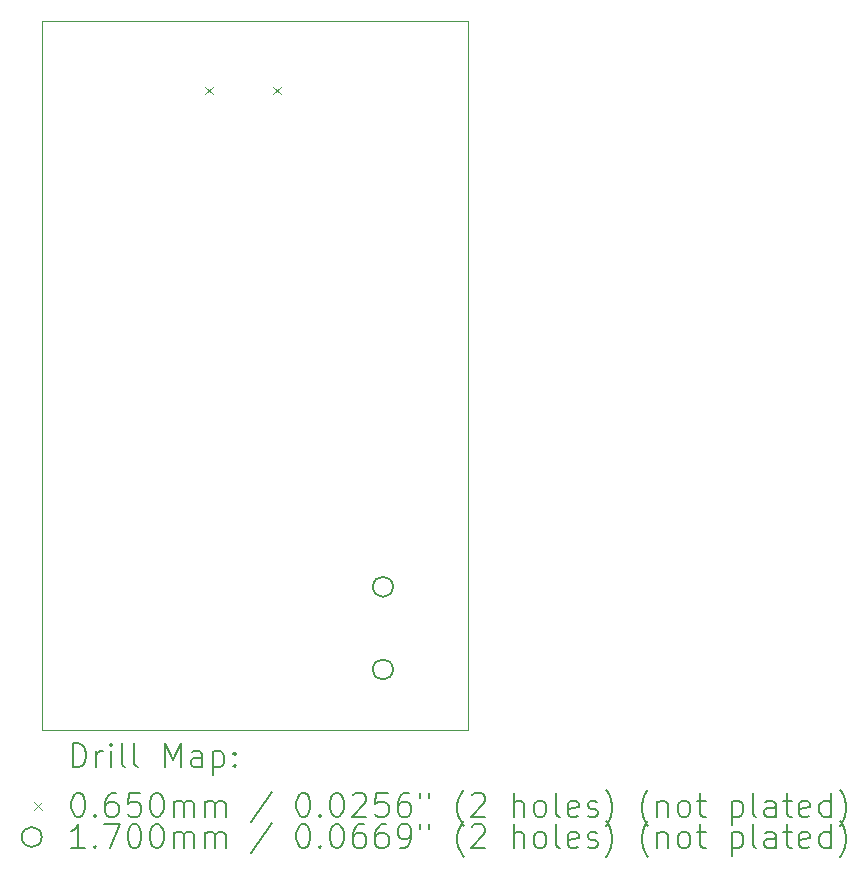
<source format=gbr>
%TF.GenerationSoftware,KiCad,Pcbnew,7.0.5-7.0.5~ubuntu22.04.1*%
%TF.CreationDate,2023-06-24T11:50:11+02:00*%
%TF.ProjectId,Signal Generator,5369676e-616c-4204-9765-6e657261746f,2*%
%TF.SameCoordinates,Original*%
%TF.FileFunction,Drillmap*%
%TF.FilePolarity,Positive*%
%FSLAX45Y45*%
G04 Gerber Fmt 4.5, Leading zero omitted, Abs format (unit mm)*
G04 Created by KiCad (PCBNEW 7.0.5-7.0.5~ubuntu22.04.1) date 2023-06-24 11:50:11*
%MOMM*%
%LPD*%
G01*
G04 APERTURE LIST*
%ADD10C,0.100000*%
%ADD11C,0.200000*%
%ADD12C,0.065000*%
%ADD13C,0.170000*%
G04 APERTURE END LIST*
D10*
X9000000Y-9750000D02*
X12600000Y-9750000D01*
X12600000Y-15750000D01*
X9000000Y-15750000D01*
X9000000Y-9750000D01*
D11*
D12*
X10378500Y-10305500D02*
X10443500Y-10370500D01*
X10443500Y-10305500D02*
X10378500Y-10370500D01*
X10956500Y-10305500D02*
X11021500Y-10370500D01*
X11021500Y-10305500D02*
X10956500Y-10370500D01*
D13*
X11968750Y-14540000D02*
G75*
G03*
X11968750Y-14540000I-85000J0D01*
G01*
X11968750Y-15240000D02*
G75*
G03*
X11968750Y-15240000I-85000J0D01*
G01*
D11*
X9255777Y-16066484D02*
X9255777Y-15866484D01*
X9255777Y-15866484D02*
X9303396Y-15866484D01*
X9303396Y-15866484D02*
X9331967Y-15876008D01*
X9331967Y-15876008D02*
X9351015Y-15895055D01*
X9351015Y-15895055D02*
X9360539Y-15914103D01*
X9360539Y-15914103D02*
X9370063Y-15952198D01*
X9370063Y-15952198D02*
X9370063Y-15980769D01*
X9370063Y-15980769D02*
X9360539Y-16018865D01*
X9360539Y-16018865D02*
X9351015Y-16037912D01*
X9351015Y-16037912D02*
X9331967Y-16056960D01*
X9331967Y-16056960D02*
X9303396Y-16066484D01*
X9303396Y-16066484D02*
X9255777Y-16066484D01*
X9455777Y-16066484D02*
X9455777Y-15933150D01*
X9455777Y-15971246D02*
X9465301Y-15952198D01*
X9465301Y-15952198D02*
X9474824Y-15942674D01*
X9474824Y-15942674D02*
X9493872Y-15933150D01*
X9493872Y-15933150D02*
X9512920Y-15933150D01*
X9579586Y-16066484D02*
X9579586Y-15933150D01*
X9579586Y-15866484D02*
X9570063Y-15876008D01*
X9570063Y-15876008D02*
X9579586Y-15885531D01*
X9579586Y-15885531D02*
X9589110Y-15876008D01*
X9589110Y-15876008D02*
X9579586Y-15866484D01*
X9579586Y-15866484D02*
X9579586Y-15885531D01*
X9703396Y-16066484D02*
X9684348Y-16056960D01*
X9684348Y-16056960D02*
X9674824Y-16037912D01*
X9674824Y-16037912D02*
X9674824Y-15866484D01*
X9808158Y-16066484D02*
X9789110Y-16056960D01*
X9789110Y-16056960D02*
X9779586Y-16037912D01*
X9779586Y-16037912D02*
X9779586Y-15866484D01*
X10036729Y-16066484D02*
X10036729Y-15866484D01*
X10036729Y-15866484D02*
X10103396Y-16009341D01*
X10103396Y-16009341D02*
X10170063Y-15866484D01*
X10170063Y-15866484D02*
X10170063Y-16066484D01*
X10351015Y-16066484D02*
X10351015Y-15961722D01*
X10351015Y-15961722D02*
X10341491Y-15942674D01*
X10341491Y-15942674D02*
X10322444Y-15933150D01*
X10322444Y-15933150D02*
X10284348Y-15933150D01*
X10284348Y-15933150D02*
X10265301Y-15942674D01*
X10351015Y-16056960D02*
X10331967Y-16066484D01*
X10331967Y-16066484D02*
X10284348Y-16066484D01*
X10284348Y-16066484D02*
X10265301Y-16056960D01*
X10265301Y-16056960D02*
X10255777Y-16037912D01*
X10255777Y-16037912D02*
X10255777Y-16018865D01*
X10255777Y-16018865D02*
X10265301Y-15999817D01*
X10265301Y-15999817D02*
X10284348Y-15990293D01*
X10284348Y-15990293D02*
X10331967Y-15990293D01*
X10331967Y-15990293D02*
X10351015Y-15980769D01*
X10446253Y-15933150D02*
X10446253Y-16133150D01*
X10446253Y-15942674D02*
X10465301Y-15933150D01*
X10465301Y-15933150D02*
X10503396Y-15933150D01*
X10503396Y-15933150D02*
X10522444Y-15942674D01*
X10522444Y-15942674D02*
X10531967Y-15952198D01*
X10531967Y-15952198D02*
X10541491Y-15971246D01*
X10541491Y-15971246D02*
X10541491Y-16028388D01*
X10541491Y-16028388D02*
X10531967Y-16047436D01*
X10531967Y-16047436D02*
X10522444Y-16056960D01*
X10522444Y-16056960D02*
X10503396Y-16066484D01*
X10503396Y-16066484D02*
X10465301Y-16066484D01*
X10465301Y-16066484D02*
X10446253Y-16056960D01*
X10627205Y-16047436D02*
X10636729Y-16056960D01*
X10636729Y-16056960D02*
X10627205Y-16066484D01*
X10627205Y-16066484D02*
X10617682Y-16056960D01*
X10617682Y-16056960D02*
X10627205Y-16047436D01*
X10627205Y-16047436D02*
X10627205Y-16066484D01*
X10627205Y-15942674D02*
X10636729Y-15952198D01*
X10636729Y-15952198D02*
X10627205Y-15961722D01*
X10627205Y-15961722D02*
X10617682Y-15952198D01*
X10617682Y-15952198D02*
X10627205Y-15942674D01*
X10627205Y-15942674D02*
X10627205Y-15961722D01*
D12*
X8930000Y-16362500D02*
X8995000Y-16427500D01*
X8995000Y-16362500D02*
X8930000Y-16427500D01*
D11*
X9293872Y-16286484D02*
X9312920Y-16286484D01*
X9312920Y-16286484D02*
X9331967Y-16296008D01*
X9331967Y-16296008D02*
X9341491Y-16305531D01*
X9341491Y-16305531D02*
X9351015Y-16324579D01*
X9351015Y-16324579D02*
X9360539Y-16362674D01*
X9360539Y-16362674D02*
X9360539Y-16410293D01*
X9360539Y-16410293D02*
X9351015Y-16448388D01*
X9351015Y-16448388D02*
X9341491Y-16467436D01*
X9341491Y-16467436D02*
X9331967Y-16476960D01*
X9331967Y-16476960D02*
X9312920Y-16486484D01*
X9312920Y-16486484D02*
X9293872Y-16486484D01*
X9293872Y-16486484D02*
X9274824Y-16476960D01*
X9274824Y-16476960D02*
X9265301Y-16467436D01*
X9265301Y-16467436D02*
X9255777Y-16448388D01*
X9255777Y-16448388D02*
X9246253Y-16410293D01*
X9246253Y-16410293D02*
X9246253Y-16362674D01*
X9246253Y-16362674D02*
X9255777Y-16324579D01*
X9255777Y-16324579D02*
X9265301Y-16305531D01*
X9265301Y-16305531D02*
X9274824Y-16296008D01*
X9274824Y-16296008D02*
X9293872Y-16286484D01*
X9446253Y-16467436D02*
X9455777Y-16476960D01*
X9455777Y-16476960D02*
X9446253Y-16486484D01*
X9446253Y-16486484D02*
X9436729Y-16476960D01*
X9436729Y-16476960D02*
X9446253Y-16467436D01*
X9446253Y-16467436D02*
X9446253Y-16486484D01*
X9627205Y-16286484D02*
X9589110Y-16286484D01*
X9589110Y-16286484D02*
X9570063Y-16296008D01*
X9570063Y-16296008D02*
X9560539Y-16305531D01*
X9560539Y-16305531D02*
X9541491Y-16334103D01*
X9541491Y-16334103D02*
X9531967Y-16372198D01*
X9531967Y-16372198D02*
X9531967Y-16448388D01*
X9531967Y-16448388D02*
X9541491Y-16467436D01*
X9541491Y-16467436D02*
X9551015Y-16476960D01*
X9551015Y-16476960D02*
X9570063Y-16486484D01*
X9570063Y-16486484D02*
X9608158Y-16486484D01*
X9608158Y-16486484D02*
X9627205Y-16476960D01*
X9627205Y-16476960D02*
X9636729Y-16467436D01*
X9636729Y-16467436D02*
X9646253Y-16448388D01*
X9646253Y-16448388D02*
X9646253Y-16400769D01*
X9646253Y-16400769D02*
X9636729Y-16381722D01*
X9636729Y-16381722D02*
X9627205Y-16372198D01*
X9627205Y-16372198D02*
X9608158Y-16362674D01*
X9608158Y-16362674D02*
X9570063Y-16362674D01*
X9570063Y-16362674D02*
X9551015Y-16372198D01*
X9551015Y-16372198D02*
X9541491Y-16381722D01*
X9541491Y-16381722D02*
X9531967Y-16400769D01*
X9827205Y-16286484D02*
X9731967Y-16286484D01*
X9731967Y-16286484D02*
X9722444Y-16381722D01*
X9722444Y-16381722D02*
X9731967Y-16372198D01*
X9731967Y-16372198D02*
X9751015Y-16362674D01*
X9751015Y-16362674D02*
X9798634Y-16362674D01*
X9798634Y-16362674D02*
X9817682Y-16372198D01*
X9817682Y-16372198D02*
X9827205Y-16381722D01*
X9827205Y-16381722D02*
X9836729Y-16400769D01*
X9836729Y-16400769D02*
X9836729Y-16448388D01*
X9836729Y-16448388D02*
X9827205Y-16467436D01*
X9827205Y-16467436D02*
X9817682Y-16476960D01*
X9817682Y-16476960D02*
X9798634Y-16486484D01*
X9798634Y-16486484D02*
X9751015Y-16486484D01*
X9751015Y-16486484D02*
X9731967Y-16476960D01*
X9731967Y-16476960D02*
X9722444Y-16467436D01*
X9960539Y-16286484D02*
X9979586Y-16286484D01*
X9979586Y-16286484D02*
X9998634Y-16296008D01*
X9998634Y-16296008D02*
X10008158Y-16305531D01*
X10008158Y-16305531D02*
X10017682Y-16324579D01*
X10017682Y-16324579D02*
X10027205Y-16362674D01*
X10027205Y-16362674D02*
X10027205Y-16410293D01*
X10027205Y-16410293D02*
X10017682Y-16448388D01*
X10017682Y-16448388D02*
X10008158Y-16467436D01*
X10008158Y-16467436D02*
X9998634Y-16476960D01*
X9998634Y-16476960D02*
X9979586Y-16486484D01*
X9979586Y-16486484D02*
X9960539Y-16486484D01*
X9960539Y-16486484D02*
X9941491Y-16476960D01*
X9941491Y-16476960D02*
X9931967Y-16467436D01*
X9931967Y-16467436D02*
X9922444Y-16448388D01*
X9922444Y-16448388D02*
X9912920Y-16410293D01*
X9912920Y-16410293D02*
X9912920Y-16362674D01*
X9912920Y-16362674D02*
X9922444Y-16324579D01*
X9922444Y-16324579D02*
X9931967Y-16305531D01*
X9931967Y-16305531D02*
X9941491Y-16296008D01*
X9941491Y-16296008D02*
X9960539Y-16286484D01*
X10112920Y-16486484D02*
X10112920Y-16353150D01*
X10112920Y-16372198D02*
X10122444Y-16362674D01*
X10122444Y-16362674D02*
X10141491Y-16353150D01*
X10141491Y-16353150D02*
X10170063Y-16353150D01*
X10170063Y-16353150D02*
X10189110Y-16362674D01*
X10189110Y-16362674D02*
X10198634Y-16381722D01*
X10198634Y-16381722D02*
X10198634Y-16486484D01*
X10198634Y-16381722D02*
X10208158Y-16362674D01*
X10208158Y-16362674D02*
X10227205Y-16353150D01*
X10227205Y-16353150D02*
X10255777Y-16353150D01*
X10255777Y-16353150D02*
X10274825Y-16362674D01*
X10274825Y-16362674D02*
X10284348Y-16381722D01*
X10284348Y-16381722D02*
X10284348Y-16486484D01*
X10379586Y-16486484D02*
X10379586Y-16353150D01*
X10379586Y-16372198D02*
X10389110Y-16362674D01*
X10389110Y-16362674D02*
X10408158Y-16353150D01*
X10408158Y-16353150D02*
X10436729Y-16353150D01*
X10436729Y-16353150D02*
X10455777Y-16362674D01*
X10455777Y-16362674D02*
X10465301Y-16381722D01*
X10465301Y-16381722D02*
X10465301Y-16486484D01*
X10465301Y-16381722D02*
X10474825Y-16362674D01*
X10474825Y-16362674D02*
X10493872Y-16353150D01*
X10493872Y-16353150D02*
X10522444Y-16353150D01*
X10522444Y-16353150D02*
X10541491Y-16362674D01*
X10541491Y-16362674D02*
X10551015Y-16381722D01*
X10551015Y-16381722D02*
X10551015Y-16486484D01*
X10941491Y-16276960D02*
X10770063Y-16534103D01*
X11198634Y-16286484D02*
X11217682Y-16286484D01*
X11217682Y-16286484D02*
X11236729Y-16296008D01*
X11236729Y-16296008D02*
X11246253Y-16305531D01*
X11246253Y-16305531D02*
X11255777Y-16324579D01*
X11255777Y-16324579D02*
X11265301Y-16362674D01*
X11265301Y-16362674D02*
X11265301Y-16410293D01*
X11265301Y-16410293D02*
X11255777Y-16448388D01*
X11255777Y-16448388D02*
X11246253Y-16467436D01*
X11246253Y-16467436D02*
X11236729Y-16476960D01*
X11236729Y-16476960D02*
X11217682Y-16486484D01*
X11217682Y-16486484D02*
X11198634Y-16486484D01*
X11198634Y-16486484D02*
X11179587Y-16476960D01*
X11179587Y-16476960D02*
X11170063Y-16467436D01*
X11170063Y-16467436D02*
X11160539Y-16448388D01*
X11160539Y-16448388D02*
X11151015Y-16410293D01*
X11151015Y-16410293D02*
X11151015Y-16362674D01*
X11151015Y-16362674D02*
X11160539Y-16324579D01*
X11160539Y-16324579D02*
X11170063Y-16305531D01*
X11170063Y-16305531D02*
X11179587Y-16296008D01*
X11179587Y-16296008D02*
X11198634Y-16286484D01*
X11351015Y-16467436D02*
X11360539Y-16476960D01*
X11360539Y-16476960D02*
X11351015Y-16486484D01*
X11351015Y-16486484D02*
X11341491Y-16476960D01*
X11341491Y-16476960D02*
X11351015Y-16467436D01*
X11351015Y-16467436D02*
X11351015Y-16486484D01*
X11484348Y-16286484D02*
X11503396Y-16286484D01*
X11503396Y-16286484D02*
X11522444Y-16296008D01*
X11522444Y-16296008D02*
X11531967Y-16305531D01*
X11531967Y-16305531D02*
X11541491Y-16324579D01*
X11541491Y-16324579D02*
X11551015Y-16362674D01*
X11551015Y-16362674D02*
X11551015Y-16410293D01*
X11551015Y-16410293D02*
X11541491Y-16448388D01*
X11541491Y-16448388D02*
X11531967Y-16467436D01*
X11531967Y-16467436D02*
X11522444Y-16476960D01*
X11522444Y-16476960D02*
X11503396Y-16486484D01*
X11503396Y-16486484D02*
X11484348Y-16486484D01*
X11484348Y-16486484D02*
X11465301Y-16476960D01*
X11465301Y-16476960D02*
X11455777Y-16467436D01*
X11455777Y-16467436D02*
X11446253Y-16448388D01*
X11446253Y-16448388D02*
X11436729Y-16410293D01*
X11436729Y-16410293D02*
X11436729Y-16362674D01*
X11436729Y-16362674D02*
X11446253Y-16324579D01*
X11446253Y-16324579D02*
X11455777Y-16305531D01*
X11455777Y-16305531D02*
X11465301Y-16296008D01*
X11465301Y-16296008D02*
X11484348Y-16286484D01*
X11627206Y-16305531D02*
X11636729Y-16296008D01*
X11636729Y-16296008D02*
X11655777Y-16286484D01*
X11655777Y-16286484D02*
X11703396Y-16286484D01*
X11703396Y-16286484D02*
X11722444Y-16296008D01*
X11722444Y-16296008D02*
X11731967Y-16305531D01*
X11731967Y-16305531D02*
X11741491Y-16324579D01*
X11741491Y-16324579D02*
X11741491Y-16343627D01*
X11741491Y-16343627D02*
X11731967Y-16372198D01*
X11731967Y-16372198D02*
X11617682Y-16486484D01*
X11617682Y-16486484D02*
X11741491Y-16486484D01*
X11922444Y-16286484D02*
X11827206Y-16286484D01*
X11827206Y-16286484D02*
X11817682Y-16381722D01*
X11817682Y-16381722D02*
X11827206Y-16372198D01*
X11827206Y-16372198D02*
X11846253Y-16362674D01*
X11846253Y-16362674D02*
X11893872Y-16362674D01*
X11893872Y-16362674D02*
X11912920Y-16372198D01*
X11912920Y-16372198D02*
X11922444Y-16381722D01*
X11922444Y-16381722D02*
X11931967Y-16400769D01*
X11931967Y-16400769D02*
X11931967Y-16448388D01*
X11931967Y-16448388D02*
X11922444Y-16467436D01*
X11922444Y-16467436D02*
X11912920Y-16476960D01*
X11912920Y-16476960D02*
X11893872Y-16486484D01*
X11893872Y-16486484D02*
X11846253Y-16486484D01*
X11846253Y-16486484D02*
X11827206Y-16476960D01*
X11827206Y-16476960D02*
X11817682Y-16467436D01*
X12103396Y-16286484D02*
X12065301Y-16286484D01*
X12065301Y-16286484D02*
X12046253Y-16296008D01*
X12046253Y-16296008D02*
X12036729Y-16305531D01*
X12036729Y-16305531D02*
X12017682Y-16334103D01*
X12017682Y-16334103D02*
X12008158Y-16372198D01*
X12008158Y-16372198D02*
X12008158Y-16448388D01*
X12008158Y-16448388D02*
X12017682Y-16467436D01*
X12017682Y-16467436D02*
X12027206Y-16476960D01*
X12027206Y-16476960D02*
X12046253Y-16486484D01*
X12046253Y-16486484D02*
X12084348Y-16486484D01*
X12084348Y-16486484D02*
X12103396Y-16476960D01*
X12103396Y-16476960D02*
X12112920Y-16467436D01*
X12112920Y-16467436D02*
X12122444Y-16448388D01*
X12122444Y-16448388D02*
X12122444Y-16400769D01*
X12122444Y-16400769D02*
X12112920Y-16381722D01*
X12112920Y-16381722D02*
X12103396Y-16372198D01*
X12103396Y-16372198D02*
X12084348Y-16362674D01*
X12084348Y-16362674D02*
X12046253Y-16362674D01*
X12046253Y-16362674D02*
X12027206Y-16372198D01*
X12027206Y-16372198D02*
X12017682Y-16381722D01*
X12017682Y-16381722D02*
X12008158Y-16400769D01*
X12198634Y-16286484D02*
X12198634Y-16324579D01*
X12274825Y-16286484D02*
X12274825Y-16324579D01*
X12570063Y-16562674D02*
X12560539Y-16553150D01*
X12560539Y-16553150D02*
X12541491Y-16524579D01*
X12541491Y-16524579D02*
X12531968Y-16505531D01*
X12531968Y-16505531D02*
X12522444Y-16476960D01*
X12522444Y-16476960D02*
X12512920Y-16429341D01*
X12512920Y-16429341D02*
X12512920Y-16391246D01*
X12512920Y-16391246D02*
X12522444Y-16343627D01*
X12522444Y-16343627D02*
X12531968Y-16315055D01*
X12531968Y-16315055D02*
X12541491Y-16296008D01*
X12541491Y-16296008D02*
X12560539Y-16267436D01*
X12560539Y-16267436D02*
X12570063Y-16257912D01*
X12636729Y-16305531D02*
X12646253Y-16296008D01*
X12646253Y-16296008D02*
X12665301Y-16286484D01*
X12665301Y-16286484D02*
X12712920Y-16286484D01*
X12712920Y-16286484D02*
X12731968Y-16296008D01*
X12731968Y-16296008D02*
X12741491Y-16305531D01*
X12741491Y-16305531D02*
X12751015Y-16324579D01*
X12751015Y-16324579D02*
X12751015Y-16343627D01*
X12751015Y-16343627D02*
X12741491Y-16372198D01*
X12741491Y-16372198D02*
X12627206Y-16486484D01*
X12627206Y-16486484D02*
X12751015Y-16486484D01*
X12989110Y-16486484D02*
X12989110Y-16286484D01*
X13074825Y-16486484D02*
X13074825Y-16381722D01*
X13074825Y-16381722D02*
X13065301Y-16362674D01*
X13065301Y-16362674D02*
X13046253Y-16353150D01*
X13046253Y-16353150D02*
X13017682Y-16353150D01*
X13017682Y-16353150D02*
X12998634Y-16362674D01*
X12998634Y-16362674D02*
X12989110Y-16372198D01*
X13198634Y-16486484D02*
X13179587Y-16476960D01*
X13179587Y-16476960D02*
X13170063Y-16467436D01*
X13170063Y-16467436D02*
X13160539Y-16448388D01*
X13160539Y-16448388D02*
X13160539Y-16391246D01*
X13160539Y-16391246D02*
X13170063Y-16372198D01*
X13170063Y-16372198D02*
X13179587Y-16362674D01*
X13179587Y-16362674D02*
X13198634Y-16353150D01*
X13198634Y-16353150D02*
X13227206Y-16353150D01*
X13227206Y-16353150D02*
X13246253Y-16362674D01*
X13246253Y-16362674D02*
X13255777Y-16372198D01*
X13255777Y-16372198D02*
X13265301Y-16391246D01*
X13265301Y-16391246D02*
X13265301Y-16448388D01*
X13265301Y-16448388D02*
X13255777Y-16467436D01*
X13255777Y-16467436D02*
X13246253Y-16476960D01*
X13246253Y-16476960D02*
X13227206Y-16486484D01*
X13227206Y-16486484D02*
X13198634Y-16486484D01*
X13379587Y-16486484D02*
X13360539Y-16476960D01*
X13360539Y-16476960D02*
X13351015Y-16457912D01*
X13351015Y-16457912D02*
X13351015Y-16286484D01*
X13531968Y-16476960D02*
X13512920Y-16486484D01*
X13512920Y-16486484D02*
X13474825Y-16486484D01*
X13474825Y-16486484D02*
X13455777Y-16476960D01*
X13455777Y-16476960D02*
X13446253Y-16457912D01*
X13446253Y-16457912D02*
X13446253Y-16381722D01*
X13446253Y-16381722D02*
X13455777Y-16362674D01*
X13455777Y-16362674D02*
X13474825Y-16353150D01*
X13474825Y-16353150D02*
X13512920Y-16353150D01*
X13512920Y-16353150D02*
X13531968Y-16362674D01*
X13531968Y-16362674D02*
X13541491Y-16381722D01*
X13541491Y-16381722D02*
X13541491Y-16400769D01*
X13541491Y-16400769D02*
X13446253Y-16419817D01*
X13617682Y-16476960D02*
X13636730Y-16486484D01*
X13636730Y-16486484D02*
X13674825Y-16486484D01*
X13674825Y-16486484D02*
X13693872Y-16476960D01*
X13693872Y-16476960D02*
X13703396Y-16457912D01*
X13703396Y-16457912D02*
X13703396Y-16448388D01*
X13703396Y-16448388D02*
X13693872Y-16429341D01*
X13693872Y-16429341D02*
X13674825Y-16419817D01*
X13674825Y-16419817D02*
X13646253Y-16419817D01*
X13646253Y-16419817D02*
X13627206Y-16410293D01*
X13627206Y-16410293D02*
X13617682Y-16391246D01*
X13617682Y-16391246D02*
X13617682Y-16381722D01*
X13617682Y-16381722D02*
X13627206Y-16362674D01*
X13627206Y-16362674D02*
X13646253Y-16353150D01*
X13646253Y-16353150D02*
X13674825Y-16353150D01*
X13674825Y-16353150D02*
X13693872Y-16362674D01*
X13770063Y-16562674D02*
X13779587Y-16553150D01*
X13779587Y-16553150D02*
X13798634Y-16524579D01*
X13798634Y-16524579D02*
X13808158Y-16505531D01*
X13808158Y-16505531D02*
X13817682Y-16476960D01*
X13817682Y-16476960D02*
X13827206Y-16429341D01*
X13827206Y-16429341D02*
X13827206Y-16391246D01*
X13827206Y-16391246D02*
X13817682Y-16343627D01*
X13817682Y-16343627D02*
X13808158Y-16315055D01*
X13808158Y-16315055D02*
X13798634Y-16296008D01*
X13798634Y-16296008D02*
X13779587Y-16267436D01*
X13779587Y-16267436D02*
X13770063Y-16257912D01*
X14131968Y-16562674D02*
X14122444Y-16553150D01*
X14122444Y-16553150D02*
X14103396Y-16524579D01*
X14103396Y-16524579D02*
X14093872Y-16505531D01*
X14093872Y-16505531D02*
X14084349Y-16476960D01*
X14084349Y-16476960D02*
X14074825Y-16429341D01*
X14074825Y-16429341D02*
X14074825Y-16391246D01*
X14074825Y-16391246D02*
X14084349Y-16343627D01*
X14084349Y-16343627D02*
X14093872Y-16315055D01*
X14093872Y-16315055D02*
X14103396Y-16296008D01*
X14103396Y-16296008D02*
X14122444Y-16267436D01*
X14122444Y-16267436D02*
X14131968Y-16257912D01*
X14208158Y-16353150D02*
X14208158Y-16486484D01*
X14208158Y-16372198D02*
X14217682Y-16362674D01*
X14217682Y-16362674D02*
X14236730Y-16353150D01*
X14236730Y-16353150D02*
X14265301Y-16353150D01*
X14265301Y-16353150D02*
X14284349Y-16362674D01*
X14284349Y-16362674D02*
X14293872Y-16381722D01*
X14293872Y-16381722D02*
X14293872Y-16486484D01*
X14417682Y-16486484D02*
X14398634Y-16476960D01*
X14398634Y-16476960D02*
X14389111Y-16467436D01*
X14389111Y-16467436D02*
X14379587Y-16448388D01*
X14379587Y-16448388D02*
X14379587Y-16391246D01*
X14379587Y-16391246D02*
X14389111Y-16372198D01*
X14389111Y-16372198D02*
X14398634Y-16362674D01*
X14398634Y-16362674D02*
X14417682Y-16353150D01*
X14417682Y-16353150D02*
X14446253Y-16353150D01*
X14446253Y-16353150D02*
X14465301Y-16362674D01*
X14465301Y-16362674D02*
X14474825Y-16372198D01*
X14474825Y-16372198D02*
X14484349Y-16391246D01*
X14484349Y-16391246D02*
X14484349Y-16448388D01*
X14484349Y-16448388D02*
X14474825Y-16467436D01*
X14474825Y-16467436D02*
X14465301Y-16476960D01*
X14465301Y-16476960D02*
X14446253Y-16486484D01*
X14446253Y-16486484D02*
X14417682Y-16486484D01*
X14541492Y-16353150D02*
X14617682Y-16353150D01*
X14570063Y-16286484D02*
X14570063Y-16457912D01*
X14570063Y-16457912D02*
X14579587Y-16476960D01*
X14579587Y-16476960D02*
X14598634Y-16486484D01*
X14598634Y-16486484D02*
X14617682Y-16486484D01*
X14836730Y-16353150D02*
X14836730Y-16553150D01*
X14836730Y-16362674D02*
X14855777Y-16353150D01*
X14855777Y-16353150D02*
X14893873Y-16353150D01*
X14893873Y-16353150D02*
X14912920Y-16362674D01*
X14912920Y-16362674D02*
X14922444Y-16372198D01*
X14922444Y-16372198D02*
X14931968Y-16391246D01*
X14931968Y-16391246D02*
X14931968Y-16448388D01*
X14931968Y-16448388D02*
X14922444Y-16467436D01*
X14922444Y-16467436D02*
X14912920Y-16476960D01*
X14912920Y-16476960D02*
X14893873Y-16486484D01*
X14893873Y-16486484D02*
X14855777Y-16486484D01*
X14855777Y-16486484D02*
X14836730Y-16476960D01*
X15046253Y-16486484D02*
X15027206Y-16476960D01*
X15027206Y-16476960D02*
X15017682Y-16457912D01*
X15017682Y-16457912D02*
X15017682Y-16286484D01*
X15208158Y-16486484D02*
X15208158Y-16381722D01*
X15208158Y-16381722D02*
X15198634Y-16362674D01*
X15198634Y-16362674D02*
X15179587Y-16353150D01*
X15179587Y-16353150D02*
X15141492Y-16353150D01*
X15141492Y-16353150D02*
X15122444Y-16362674D01*
X15208158Y-16476960D02*
X15189111Y-16486484D01*
X15189111Y-16486484D02*
X15141492Y-16486484D01*
X15141492Y-16486484D02*
X15122444Y-16476960D01*
X15122444Y-16476960D02*
X15112920Y-16457912D01*
X15112920Y-16457912D02*
X15112920Y-16438865D01*
X15112920Y-16438865D02*
X15122444Y-16419817D01*
X15122444Y-16419817D02*
X15141492Y-16410293D01*
X15141492Y-16410293D02*
X15189111Y-16410293D01*
X15189111Y-16410293D02*
X15208158Y-16400769D01*
X15274825Y-16353150D02*
X15351015Y-16353150D01*
X15303396Y-16286484D02*
X15303396Y-16457912D01*
X15303396Y-16457912D02*
X15312920Y-16476960D01*
X15312920Y-16476960D02*
X15331968Y-16486484D01*
X15331968Y-16486484D02*
X15351015Y-16486484D01*
X15493873Y-16476960D02*
X15474825Y-16486484D01*
X15474825Y-16486484D02*
X15436730Y-16486484D01*
X15436730Y-16486484D02*
X15417682Y-16476960D01*
X15417682Y-16476960D02*
X15408158Y-16457912D01*
X15408158Y-16457912D02*
X15408158Y-16381722D01*
X15408158Y-16381722D02*
X15417682Y-16362674D01*
X15417682Y-16362674D02*
X15436730Y-16353150D01*
X15436730Y-16353150D02*
X15474825Y-16353150D01*
X15474825Y-16353150D02*
X15493873Y-16362674D01*
X15493873Y-16362674D02*
X15503396Y-16381722D01*
X15503396Y-16381722D02*
X15503396Y-16400769D01*
X15503396Y-16400769D02*
X15408158Y-16419817D01*
X15674825Y-16486484D02*
X15674825Y-16286484D01*
X15674825Y-16476960D02*
X15655777Y-16486484D01*
X15655777Y-16486484D02*
X15617682Y-16486484D01*
X15617682Y-16486484D02*
X15598634Y-16476960D01*
X15598634Y-16476960D02*
X15589111Y-16467436D01*
X15589111Y-16467436D02*
X15579587Y-16448388D01*
X15579587Y-16448388D02*
X15579587Y-16391246D01*
X15579587Y-16391246D02*
X15589111Y-16372198D01*
X15589111Y-16372198D02*
X15598634Y-16362674D01*
X15598634Y-16362674D02*
X15617682Y-16353150D01*
X15617682Y-16353150D02*
X15655777Y-16353150D01*
X15655777Y-16353150D02*
X15674825Y-16362674D01*
X15751015Y-16562674D02*
X15760539Y-16553150D01*
X15760539Y-16553150D02*
X15779587Y-16524579D01*
X15779587Y-16524579D02*
X15789111Y-16505531D01*
X15789111Y-16505531D02*
X15798634Y-16476960D01*
X15798634Y-16476960D02*
X15808158Y-16429341D01*
X15808158Y-16429341D02*
X15808158Y-16391246D01*
X15808158Y-16391246D02*
X15798634Y-16343627D01*
X15798634Y-16343627D02*
X15789111Y-16315055D01*
X15789111Y-16315055D02*
X15779587Y-16296008D01*
X15779587Y-16296008D02*
X15760539Y-16267436D01*
X15760539Y-16267436D02*
X15751015Y-16257912D01*
D13*
X8995000Y-16659000D02*
G75*
G03*
X8995000Y-16659000I-85000J0D01*
G01*
D11*
X9360539Y-16750484D02*
X9246253Y-16750484D01*
X9303396Y-16750484D02*
X9303396Y-16550484D01*
X9303396Y-16550484D02*
X9284348Y-16579055D01*
X9284348Y-16579055D02*
X9265301Y-16598103D01*
X9265301Y-16598103D02*
X9246253Y-16607627D01*
X9446253Y-16731436D02*
X9455777Y-16740960D01*
X9455777Y-16740960D02*
X9446253Y-16750484D01*
X9446253Y-16750484D02*
X9436729Y-16740960D01*
X9436729Y-16740960D02*
X9446253Y-16731436D01*
X9446253Y-16731436D02*
X9446253Y-16750484D01*
X9522444Y-16550484D02*
X9655777Y-16550484D01*
X9655777Y-16550484D02*
X9570063Y-16750484D01*
X9770063Y-16550484D02*
X9789110Y-16550484D01*
X9789110Y-16550484D02*
X9808158Y-16560008D01*
X9808158Y-16560008D02*
X9817682Y-16569531D01*
X9817682Y-16569531D02*
X9827205Y-16588579D01*
X9827205Y-16588579D02*
X9836729Y-16626674D01*
X9836729Y-16626674D02*
X9836729Y-16674293D01*
X9836729Y-16674293D02*
X9827205Y-16712388D01*
X9827205Y-16712388D02*
X9817682Y-16731436D01*
X9817682Y-16731436D02*
X9808158Y-16740960D01*
X9808158Y-16740960D02*
X9789110Y-16750484D01*
X9789110Y-16750484D02*
X9770063Y-16750484D01*
X9770063Y-16750484D02*
X9751015Y-16740960D01*
X9751015Y-16740960D02*
X9741491Y-16731436D01*
X9741491Y-16731436D02*
X9731967Y-16712388D01*
X9731967Y-16712388D02*
X9722444Y-16674293D01*
X9722444Y-16674293D02*
X9722444Y-16626674D01*
X9722444Y-16626674D02*
X9731967Y-16588579D01*
X9731967Y-16588579D02*
X9741491Y-16569531D01*
X9741491Y-16569531D02*
X9751015Y-16560008D01*
X9751015Y-16560008D02*
X9770063Y-16550484D01*
X9960539Y-16550484D02*
X9979586Y-16550484D01*
X9979586Y-16550484D02*
X9998634Y-16560008D01*
X9998634Y-16560008D02*
X10008158Y-16569531D01*
X10008158Y-16569531D02*
X10017682Y-16588579D01*
X10017682Y-16588579D02*
X10027205Y-16626674D01*
X10027205Y-16626674D02*
X10027205Y-16674293D01*
X10027205Y-16674293D02*
X10017682Y-16712388D01*
X10017682Y-16712388D02*
X10008158Y-16731436D01*
X10008158Y-16731436D02*
X9998634Y-16740960D01*
X9998634Y-16740960D02*
X9979586Y-16750484D01*
X9979586Y-16750484D02*
X9960539Y-16750484D01*
X9960539Y-16750484D02*
X9941491Y-16740960D01*
X9941491Y-16740960D02*
X9931967Y-16731436D01*
X9931967Y-16731436D02*
X9922444Y-16712388D01*
X9922444Y-16712388D02*
X9912920Y-16674293D01*
X9912920Y-16674293D02*
X9912920Y-16626674D01*
X9912920Y-16626674D02*
X9922444Y-16588579D01*
X9922444Y-16588579D02*
X9931967Y-16569531D01*
X9931967Y-16569531D02*
X9941491Y-16560008D01*
X9941491Y-16560008D02*
X9960539Y-16550484D01*
X10112920Y-16750484D02*
X10112920Y-16617150D01*
X10112920Y-16636198D02*
X10122444Y-16626674D01*
X10122444Y-16626674D02*
X10141491Y-16617150D01*
X10141491Y-16617150D02*
X10170063Y-16617150D01*
X10170063Y-16617150D02*
X10189110Y-16626674D01*
X10189110Y-16626674D02*
X10198634Y-16645722D01*
X10198634Y-16645722D02*
X10198634Y-16750484D01*
X10198634Y-16645722D02*
X10208158Y-16626674D01*
X10208158Y-16626674D02*
X10227205Y-16617150D01*
X10227205Y-16617150D02*
X10255777Y-16617150D01*
X10255777Y-16617150D02*
X10274825Y-16626674D01*
X10274825Y-16626674D02*
X10284348Y-16645722D01*
X10284348Y-16645722D02*
X10284348Y-16750484D01*
X10379586Y-16750484D02*
X10379586Y-16617150D01*
X10379586Y-16636198D02*
X10389110Y-16626674D01*
X10389110Y-16626674D02*
X10408158Y-16617150D01*
X10408158Y-16617150D02*
X10436729Y-16617150D01*
X10436729Y-16617150D02*
X10455777Y-16626674D01*
X10455777Y-16626674D02*
X10465301Y-16645722D01*
X10465301Y-16645722D02*
X10465301Y-16750484D01*
X10465301Y-16645722D02*
X10474825Y-16626674D01*
X10474825Y-16626674D02*
X10493872Y-16617150D01*
X10493872Y-16617150D02*
X10522444Y-16617150D01*
X10522444Y-16617150D02*
X10541491Y-16626674D01*
X10541491Y-16626674D02*
X10551015Y-16645722D01*
X10551015Y-16645722D02*
X10551015Y-16750484D01*
X10941491Y-16540960D02*
X10770063Y-16798103D01*
X11198634Y-16550484D02*
X11217682Y-16550484D01*
X11217682Y-16550484D02*
X11236729Y-16560008D01*
X11236729Y-16560008D02*
X11246253Y-16569531D01*
X11246253Y-16569531D02*
X11255777Y-16588579D01*
X11255777Y-16588579D02*
X11265301Y-16626674D01*
X11265301Y-16626674D02*
X11265301Y-16674293D01*
X11265301Y-16674293D02*
X11255777Y-16712388D01*
X11255777Y-16712388D02*
X11246253Y-16731436D01*
X11246253Y-16731436D02*
X11236729Y-16740960D01*
X11236729Y-16740960D02*
X11217682Y-16750484D01*
X11217682Y-16750484D02*
X11198634Y-16750484D01*
X11198634Y-16750484D02*
X11179587Y-16740960D01*
X11179587Y-16740960D02*
X11170063Y-16731436D01*
X11170063Y-16731436D02*
X11160539Y-16712388D01*
X11160539Y-16712388D02*
X11151015Y-16674293D01*
X11151015Y-16674293D02*
X11151015Y-16626674D01*
X11151015Y-16626674D02*
X11160539Y-16588579D01*
X11160539Y-16588579D02*
X11170063Y-16569531D01*
X11170063Y-16569531D02*
X11179587Y-16560008D01*
X11179587Y-16560008D02*
X11198634Y-16550484D01*
X11351015Y-16731436D02*
X11360539Y-16740960D01*
X11360539Y-16740960D02*
X11351015Y-16750484D01*
X11351015Y-16750484D02*
X11341491Y-16740960D01*
X11341491Y-16740960D02*
X11351015Y-16731436D01*
X11351015Y-16731436D02*
X11351015Y-16750484D01*
X11484348Y-16550484D02*
X11503396Y-16550484D01*
X11503396Y-16550484D02*
X11522444Y-16560008D01*
X11522444Y-16560008D02*
X11531967Y-16569531D01*
X11531967Y-16569531D02*
X11541491Y-16588579D01*
X11541491Y-16588579D02*
X11551015Y-16626674D01*
X11551015Y-16626674D02*
X11551015Y-16674293D01*
X11551015Y-16674293D02*
X11541491Y-16712388D01*
X11541491Y-16712388D02*
X11531967Y-16731436D01*
X11531967Y-16731436D02*
X11522444Y-16740960D01*
X11522444Y-16740960D02*
X11503396Y-16750484D01*
X11503396Y-16750484D02*
X11484348Y-16750484D01*
X11484348Y-16750484D02*
X11465301Y-16740960D01*
X11465301Y-16740960D02*
X11455777Y-16731436D01*
X11455777Y-16731436D02*
X11446253Y-16712388D01*
X11446253Y-16712388D02*
X11436729Y-16674293D01*
X11436729Y-16674293D02*
X11436729Y-16626674D01*
X11436729Y-16626674D02*
X11446253Y-16588579D01*
X11446253Y-16588579D02*
X11455777Y-16569531D01*
X11455777Y-16569531D02*
X11465301Y-16560008D01*
X11465301Y-16560008D02*
X11484348Y-16550484D01*
X11722444Y-16550484D02*
X11684348Y-16550484D01*
X11684348Y-16550484D02*
X11665301Y-16560008D01*
X11665301Y-16560008D02*
X11655777Y-16569531D01*
X11655777Y-16569531D02*
X11636729Y-16598103D01*
X11636729Y-16598103D02*
X11627206Y-16636198D01*
X11627206Y-16636198D02*
X11627206Y-16712388D01*
X11627206Y-16712388D02*
X11636729Y-16731436D01*
X11636729Y-16731436D02*
X11646253Y-16740960D01*
X11646253Y-16740960D02*
X11665301Y-16750484D01*
X11665301Y-16750484D02*
X11703396Y-16750484D01*
X11703396Y-16750484D02*
X11722444Y-16740960D01*
X11722444Y-16740960D02*
X11731967Y-16731436D01*
X11731967Y-16731436D02*
X11741491Y-16712388D01*
X11741491Y-16712388D02*
X11741491Y-16664769D01*
X11741491Y-16664769D02*
X11731967Y-16645722D01*
X11731967Y-16645722D02*
X11722444Y-16636198D01*
X11722444Y-16636198D02*
X11703396Y-16626674D01*
X11703396Y-16626674D02*
X11665301Y-16626674D01*
X11665301Y-16626674D02*
X11646253Y-16636198D01*
X11646253Y-16636198D02*
X11636729Y-16645722D01*
X11636729Y-16645722D02*
X11627206Y-16664769D01*
X11912920Y-16550484D02*
X11874825Y-16550484D01*
X11874825Y-16550484D02*
X11855777Y-16560008D01*
X11855777Y-16560008D02*
X11846253Y-16569531D01*
X11846253Y-16569531D02*
X11827206Y-16598103D01*
X11827206Y-16598103D02*
X11817682Y-16636198D01*
X11817682Y-16636198D02*
X11817682Y-16712388D01*
X11817682Y-16712388D02*
X11827206Y-16731436D01*
X11827206Y-16731436D02*
X11836729Y-16740960D01*
X11836729Y-16740960D02*
X11855777Y-16750484D01*
X11855777Y-16750484D02*
X11893872Y-16750484D01*
X11893872Y-16750484D02*
X11912920Y-16740960D01*
X11912920Y-16740960D02*
X11922444Y-16731436D01*
X11922444Y-16731436D02*
X11931967Y-16712388D01*
X11931967Y-16712388D02*
X11931967Y-16664769D01*
X11931967Y-16664769D02*
X11922444Y-16645722D01*
X11922444Y-16645722D02*
X11912920Y-16636198D01*
X11912920Y-16636198D02*
X11893872Y-16626674D01*
X11893872Y-16626674D02*
X11855777Y-16626674D01*
X11855777Y-16626674D02*
X11836729Y-16636198D01*
X11836729Y-16636198D02*
X11827206Y-16645722D01*
X11827206Y-16645722D02*
X11817682Y-16664769D01*
X12027206Y-16750484D02*
X12065301Y-16750484D01*
X12065301Y-16750484D02*
X12084348Y-16740960D01*
X12084348Y-16740960D02*
X12093872Y-16731436D01*
X12093872Y-16731436D02*
X12112920Y-16702865D01*
X12112920Y-16702865D02*
X12122444Y-16664769D01*
X12122444Y-16664769D02*
X12122444Y-16588579D01*
X12122444Y-16588579D02*
X12112920Y-16569531D01*
X12112920Y-16569531D02*
X12103396Y-16560008D01*
X12103396Y-16560008D02*
X12084348Y-16550484D01*
X12084348Y-16550484D02*
X12046253Y-16550484D01*
X12046253Y-16550484D02*
X12027206Y-16560008D01*
X12027206Y-16560008D02*
X12017682Y-16569531D01*
X12017682Y-16569531D02*
X12008158Y-16588579D01*
X12008158Y-16588579D02*
X12008158Y-16636198D01*
X12008158Y-16636198D02*
X12017682Y-16655246D01*
X12017682Y-16655246D02*
X12027206Y-16664769D01*
X12027206Y-16664769D02*
X12046253Y-16674293D01*
X12046253Y-16674293D02*
X12084348Y-16674293D01*
X12084348Y-16674293D02*
X12103396Y-16664769D01*
X12103396Y-16664769D02*
X12112920Y-16655246D01*
X12112920Y-16655246D02*
X12122444Y-16636198D01*
X12198634Y-16550484D02*
X12198634Y-16588579D01*
X12274825Y-16550484D02*
X12274825Y-16588579D01*
X12570063Y-16826674D02*
X12560539Y-16817150D01*
X12560539Y-16817150D02*
X12541491Y-16788579D01*
X12541491Y-16788579D02*
X12531968Y-16769531D01*
X12531968Y-16769531D02*
X12522444Y-16740960D01*
X12522444Y-16740960D02*
X12512920Y-16693341D01*
X12512920Y-16693341D02*
X12512920Y-16655246D01*
X12512920Y-16655246D02*
X12522444Y-16607627D01*
X12522444Y-16607627D02*
X12531968Y-16579055D01*
X12531968Y-16579055D02*
X12541491Y-16560008D01*
X12541491Y-16560008D02*
X12560539Y-16531436D01*
X12560539Y-16531436D02*
X12570063Y-16521912D01*
X12636729Y-16569531D02*
X12646253Y-16560008D01*
X12646253Y-16560008D02*
X12665301Y-16550484D01*
X12665301Y-16550484D02*
X12712920Y-16550484D01*
X12712920Y-16550484D02*
X12731968Y-16560008D01*
X12731968Y-16560008D02*
X12741491Y-16569531D01*
X12741491Y-16569531D02*
X12751015Y-16588579D01*
X12751015Y-16588579D02*
X12751015Y-16607627D01*
X12751015Y-16607627D02*
X12741491Y-16636198D01*
X12741491Y-16636198D02*
X12627206Y-16750484D01*
X12627206Y-16750484D02*
X12751015Y-16750484D01*
X12989110Y-16750484D02*
X12989110Y-16550484D01*
X13074825Y-16750484D02*
X13074825Y-16645722D01*
X13074825Y-16645722D02*
X13065301Y-16626674D01*
X13065301Y-16626674D02*
X13046253Y-16617150D01*
X13046253Y-16617150D02*
X13017682Y-16617150D01*
X13017682Y-16617150D02*
X12998634Y-16626674D01*
X12998634Y-16626674D02*
X12989110Y-16636198D01*
X13198634Y-16750484D02*
X13179587Y-16740960D01*
X13179587Y-16740960D02*
X13170063Y-16731436D01*
X13170063Y-16731436D02*
X13160539Y-16712388D01*
X13160539Y-16712388D02*
X13160539Y-16655246D01*
X13160539Y-16655246D02*
X13170063Y-16636198D01*
X13170063Y-16636198D02*
X13179587Y-16626674D01*
X13179587Y-16626674D02*
X13198634Y-16617150D01*
X13198634Y-16617150D02*
X13227206Y-16617150D01*
X13227206Y-16617150D02*
X13246253Y-16626674D01*
X13246253Y-16626674D02*
X13255777Y-16636198D01*
X13255777Y-16636198D02*
X13265301Y-16655246D01*
X13265301Y-16655246D02*
X13265301Y-16712388D01*
X13265301Y-16712388D02*
X13255777Y-16731436D01*
X13255777Y-16731436D02*
X13246253Y-16740960D01*
X13246253Y-16740960D02*
X13227206Y-16750484D01*
X13227206Y-16750484D02*
X13198634Y-16750484D01*
X13379587Y-16750484D02*
X13360539Y-16740960D01*
X13360539Y-16740960D02*
X13351015Y-16721912D01*
X13351015Y-16721912D02*
X13351015Y-16550484D01*
X13531968Y-16740960D02*
X13512920Y-16750484D01*
X13512920Y-16750484D02*
X13474825Y-16750484D01*
X13474825Y-16750484D02*
X13455777Y-16740960D01*
X13455777Y-16740960D02*
X13446253Y-16721912D01*
X13446253Y-16721912D02*
X13446253Y-16645722D01*
X13446253Y-16645722D02*
X13455777Y-16626674D01*
X13455777Y-16626674D02*
X13474825Y-16617150D01*
X13474825Y-16617150D02*
X13512920Y-16617150D01*
X13512920Y-16617150D02*
X13531968Y-16626674D01*
X13531968Y-16626674D02*
X13541491Y-16645722D01*
X13541491Y-16645722D02*
X13541491Y-16664769D01*
X13541491Y-16664769D02*
X13446253Y-16683817D01*
X13617682Y-16740960D02*
X13636730Y-16750484D01*
X13636730Y-16750484D02*
X13674825Y-16750484D01*
X13674825Y-16750484D02*
X13693872Y-16740960D01*
X13693872Y-16740960D02*
X13703396Y-16721912D01*
X13703396Y-16721912D02*
X13703396Y-16712388D01*
X13703396Y-16712388D02*
X13693872Y-16693341D01*
X13693872Y-16693341D02*
X13674825Y-16683817D01*
X13674825Y-16683817D02*
X13646253Y-16683817D01*
X13646253Y-16683817D02*
X13627206Y-16674293D01*
X13627206Y-16674293D02*
X13617682Y-16655246D01*
X13617682Y-16655246D02*
X13617682Y-16645722D01*
X13617682Y-16645722D02*
X13627206Y-16626674D01*
X13627206Y-16626674D02*
X13646253Y-16617150D01*
X13646253Y-16617150D02*
X13674825Y-16617150D01*
X13674825Y-16617150D02*
X13693872Y-16626674D01*
X13770063Y-16826674D02*
X13779587Y-16817150D01*
X13779587Y-16817150D02*
X13798634Y-16788579D01*
X13798634Y-16788579D02*
X13808158Y-16769531D01*
X13808158Y-16769531D02*
X13817682Y-16740960D01*
X13817682Y-16740960D02*
X13827206Y-16693341D01*
X13827206Y-16693341D02*
X13827206Y-16655246D01*
X13827206Y-16655246D02*
X13817682Y-16607627D01*
X13817682Y-16607627D02*
X13808158Y-16579055D01*
X13808158Y-16579055D02*
X13798634Y-16560008D01*
X13798634Y-16560008D02*
X13779587Y-16531436D01*
X13779587Y-16531436D02*
X13770063Y-16521912D01*
X14131968Y-16826674D02*
X14122444Y-16817150D01*
X14122444Y-16817150D02*
X14103396Y-16788579D01*
X14103396Y-16788579D02*
X14093872Y-16769531D01*
X14093872Y-16769531D02*
X14084349Y-16740960D01*
X14084349Y-16740960D02*
X14074825Y-16693341D01*
X14074825Y-16693341D02*
X14074825Y-16655246D01*
X14074825Y-16655246D02*
X14084349Y-16607627D01*
X14084349Y-16607627D02*
X14093872Y-16579055D01*
X14093872Y-16579055D02*
X14103396Y-16560008D01*
X14103396Y-16560008D02*
X14122444Y-16531436D01*
X14122444Y-16531436D02*
X14131968Y-16521912D01*
X14208158Y-16617150D02*
X14208158Y-16750484D01*
X14208158Y-16636198D02*
X14217682Y-16626674D01*
X14217682Y-16626674D02*
X14236730Y-16617150D01*
X14236730Y-16617150D02*
X14265301Y-16617150D01*
X14265301Y-16617150D02*
X14284349Y-16626674D01*
X14284349Y-16626674D02*
X14293872Y-16645722D01*
X14293872Y-16645722D02*
X14293872Y-16750484D01*
X14417682Y-16750484D02*
X14398634Y-16740960D01*
X14398634Y-16740960D02*
X14389111Y-16731436D01*
X14389111Y-16731436D02*
X14379587Y-16712388D01*
X14379587Y-16712388D02*
X14379587Y-16655246D01*
X14379587Y-16655246D02*
X14389111Y-16636198D01*
X14389111Y-16636198D02*
X14398634Y-16626674D01*
X14398634Y-16626674D02*
X14417682Y-16617150D01*
X14417682Y-16617150D02*
X14446253Y-16617150D01*
X14446253Y-16617150D02*
X14465301Y-16626674D01*
X14465301Y-16626674D02*
X14474825Y-16636198D01*
X14474825Y-16636198D02*
X14484349Y-16655246D01*
X14484349Y-16655246D02*
X14484349Y-16712388D01*
X14484349Y-16712388D02*
X14474825Y-16731436D01*
X14474825Y-16731436D02*
X14465301Y-16740960D01*
X14465301Y-16740960D02*
X14446253Y-16750484D01*
X14446253Y-16750484D02*
X14417682Y-16750484D01*
X14541492Y-16617150D02*
X14617682Y-16617150D01*
X14570063Y-16550484D02*
X14570063Y-16721912D01*
X14570063Y-16721912D02*
X14579587Y-16740960D01*
X14579587Y-16740960D02*
X14598634Y-16750484D01*
X14598634Y-16750484D02*
X14617682Y-16750484D01*
X14836730Y-16617150D02*
X14836730Y-16817150D01*
X14836730Y-16626674D02*
X14855777Y-16617150D01*
X14855777Y-16617150D02*
X14893873Y-16617150D01*
X14893873Y-16617150D02*
X14912920Y-16626674D01*
X14912920Y-16626674D02*
X14922444Y-16636198D01*
X14922444Y-16636198D02*
X14931968Y-16655246D01*
X14931968Y-16655246D02*
X14931968Y-16712388D01*
X14931968Y-16712388D02*
X14922444Y-16731436D01*
X14922444Y-16731436D02*
X14912920Y-16740960D01*
X14912920Y-16740960D02*
X14893873Y-16750484D01*
X14893873Y-16750484D02*
X14855777Y-16750484D01*
X14855777Y-16750484D02*
X14836730Y-16740960D01*
X15046253Y-16750484D02*
X15027206Y-16740960D01*
X15027206Y-16740960D02*
X15017682Y-16721912D01*
X15017682Y-16721912D02*
X15017682Y-16550484D01*
X15208158Y-16750484D02*
X15208158Y-16645722D01*
X15208158Y-16645722D02*
X15198634Y-16626674D01*
X15198634Y-16626674D02*
X15179587Y-16617150D01*
X15179587Y-16617150D02*
X15141492Y-16617150D01*
X15141492Y-16617150D02*
X15122444Y-16626674D01*
X15208158Y-16740960D02*
X15189111Y-16750484D01*
X15189111Y-16750484D02*
X15141492Y-16750484D01*
X15141492Y-16750484D02*
X15122444Y-16740960D01*
X15122444Y-16740960D02*
X15112920Y-16721912D01*
X15112920Y-16721912D02*
X15112920Y-16702865D01*
X15112920Y-16702865D02*
X15122444Y-16683817D01*
X15122444Y-16683817D02*
X15141492Y-16674293D01*
X15141492Y-16674293D02*
X15189111Y-16674293D01*
X15189111Y-16674293D02*
X15208158Y-16664769D01*
X15274825Y-16617150D02*
X15351015Y-16617150D01*
X15303396Y-16550484D02*
X15303396Y-16721912D01*
X15303396Y-16721912D02*
X15312920Y-16740960D01*
X15312920Y-16740960D02*
X15331968Y-16750484D01*
X15331968Y-16750484D02*
X15351015Y-16750484D01*
X15493873Y-16740960D02*
X15474825Y-16750484D01*
X15474825Y-16750484D02*
X15436730Y-16750484D01*
X15436730Y-16750484D02*
X15417682Y-16740960D01*
X15417682Y-16740960D02*
X15408158Y-16721912D01*
X15408158Y-16721912D02*
X15408158Y-16645722D01*
X15408158Y-16645722D02*
X15417682Y-16626674D01*
X15417682Y-16626674D02*
X15436730Y-16617150D01*
X15436730Y-16617150D02*
X15474825Y-16617150D01*
X15474825Y-16617150D02*
X15493873Y-16626674D01*
X15493873Y-16626674D02*
X15503396Y-16645722D01*
X15503396Y-16645722D02*
X15503396Y-16664769D01*
X15503396Y-16664769D02*
X15408158Y-16683817D01*
X15674825Y-16750484D02*
X15674825Y-16550484D01*
X15674825Y-16740960D02*
X15655777Y-16750484D01*
X15655777Y-16750484D02*
X15617682Y-16750484D01*
X15617682Y-16750484D02*
X15598634Y-16740960D01*
X15598634Y-16740960D02*
X15589111Y-16731436D01*
X15589111Y-16731436D02*
X15579587Y-16712388D01*
X15579587Y-16712388D02*
X15579587Y-16655246D01*
X15579587Y-16655246D02*
X15589111Y-16636198D01*
X15589111Y-16636198D02*
X15598634Y-16626674D01*
X15598634Y-16626674D02*
X15617682Y-16617150D01*
X15617682Y-16617150D02*
X15655777Y-16617150D01*
X15655777Y-16617150D02*
X15674825Y-16626674D01*
X15751015Y-16826674D02*
X15760539Y-16817150D01*
X15760539Y-16817150D02*
X15779587Y-16788579D01*
X15779587Y-16788579D02*
X15789111Y-16769531D01*
X15789111Y-16769531D02*
X15798634Y-16740960D01*
X15798634Y-16740960D02*
X15808158Y-16693341D01*
X15808158Y-16693341D02*
X15808158Y-16655246D01*
X15808158Y-16655246D02*
X15798634Y-16607627D01*
X15798634Y-16607627D02*
X15789111Y-16579055D01*
X15789111Y-16579055D02*
X15779587Y-16560008D01*
X15779587Y-16560008D02*
X15760539Y-16531436D01*
X15760539Y-16531436D02*
X15751015Y-16521912D01*
M02*

</source>
